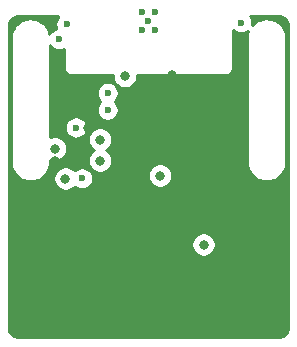
<source format=gbr>
G04 #@! TF.GenerationSoftware,KiCad,Pcbnew,(5.1.2)-1*
G04 #@! TF.CreationDate,2019-06-05T16:17:15+02:00*
G04 #@! TF.ProjectId,BodyTempUnit-e7,426f6479-5465-46d7-9055-6e69742d6537,rev?*
G04 #@! TF.SameCoordinates,Original*
G04 #@! TF.FileFunction,Copper,L2,Inr*
G04 #@! TF.FilePolarity,Positive*
%FSLAX46Y46*%
G04 Gerber Fmt 4.6, Leading zero omitted, Abs format (unit mm)*
G04 Created by KiCad (PCBNEW (5.1.2)-1) date 2019-06-05 16:17:15*
%MOMM*%
%LPD*%
G04 APERTURE LIST*
%ADD10C,0.600000*%
%ADD11C,0.800000*%
%ADD12C,0.254000*%
G04 APERTURE END LIST*
D10*
X77481000Y-107569000D03*
X78028800Y-106807000D03*
X78028800Y-108331000D03*
X76962000Y-106807000D03*
D11*
X76708000Y-120650000D03*
X82169000Y-126492000D03*
X69596000Y-118364000D03*
X70473987Y-120904000D03*
X78486000Y-120650000D03*
X75501500Y-112204500D03*
D10*
X85344000Y-107696000D03*
D11*
X77724000Y-126873000D03*
X77216000Y-117983000D03*
X72390000Y-116586000D03*
X69596000Y-119380000D03*
X72812500Y-123510000D03*
X81788000Y-123444000D03*
X82550000Y-131064000D03*
X79502000Y-112125000D03*
D10*
X76962000Y-108331000D03*
X85344000Y-108712000D03*
X70567843Y-107802857D03*
X69924969Y-109104597D03*
D11*
X73406000Y-117602000D03*
X73406000Y-119380000D03*
D10*
X74041000Y-115083600D03*
X74041000Y-113665000D03*
X71882000Y-120893589D03*
X71374000Y-116586000D03*
D12*
G36*
X88662540Y-107179102D02*
G01*
X88818894Y-107226308D01*
X88963096Y-107302982D01*
X89089663Y-107406207D01*
X89193769Y-107532051D01*
X89271447Y-107675711D01*
X89319742Y-107831729D01*
X89340001Y-108024487D01*
X89341099Y-133471331D01*
X89321998Y-133666140D01*
X89274792Y-133822495D01*
X89198118Y-133966696D01*
X89094892Y-134093264D01*
X88969051Y-134197368D01*
X88825389Y-134275047D01*
X88669371Y-134323342D01*
X88476627Y-134343600D01*
X66533377Y-134343600D01*
X66338560Y-134324498D01*
X66182205Y-134277292D01*
X66038004Y-134200618D01*
X65911436Y-134097392D01*
X65807332Y-133971551D01*
X65729653Y-133827889D01*
X65681358Y-133671871D01*
X65660001Y-133468668D01*
X65660306Y-126390061D01*
X81134000Y-126390061D01*
X81134000Y-126593939D01*
X81173774Y-126793898D01*
X81251795Y-126982256D01*
X81365063Y-127151774D01*
X81509226Y-127295937D01*
X81678744Y-127409205D01*
X81867102Y-127487226D01*
X82067061Y-127527000D01*
X82270939Y-127527000D01*
X82470898Y-127487226D01*
X82659256Y-127409205D01*
X82828774Y-127295937D01*
X82972937Y-127151774D01*
X83086205Y-126982256D01*
X83164226Y-126793898D01*
X83204000Y-126593939D01*
X83204000Y-126390061D01*
X83164226Y-126190102D01*
X83086205Y-126001744D01*
X82972937Y-125832226D01*
X82828774Y-125688063D01*
X82659256Y-125574795D01*
X82470898Y-125496774D01*
X82270939Y-125457000D01*
X82067061Y-125457000D01*
X81867102Y-125496774D01*
X81678744Y-125574795D01*
X81509226Y-125688063D01*
X81365063Y-125832226D01*
X81251795Y-126001744D01*
X81173774Y-126190102D01*
X81134000Y-126390061D01*
X65660306Y-126390061D01*
X65661099Y-108021072D01*
X65679102Y-107837460D01*
X65726308Y-107681106D01*
X65802982Y-107536904D01*
X65906207Y-107410337D01*
X66032051Y-107306231D01*
X66175711Y-107228553D01*
X66331729Y-107180258D01*
X66524325Y-107160016D01*
X69886187Y-107162223D01*
X69841581Y-107206829D01*
X69739257Y-107359968D01*
X69668775Y-107530128D01*
X69632843Y-107710768D01*
X69632843Y-107894946D01*
X69668775Y-108075586D01*
X69717243Y-108192599D01*
X69652240Y-108205529D01*
X69482080Y-108276011D01*
X69328941Y-108378335D01*
X69198707Y-108508569D01*
X69116093Y-108632209D01*
X69109978Y-108601325D01*
X69107253Y-108592522D01*
X69048240Y-108406491D01*
X69024674Y-108351509D01*
X69001880Y-108296206D01*
X68997497Y-108288100D01*
X68903475Y-108117075D01*
X68869702Y-108067752D01*
X68836577Y-108017894D01*
X68830703Y-108010794D01*
X68705253Y-107861288D01*
X68662523Y-107819443D01*
X68620362Y-107776987D01*
X68613220Y-107771163D01*
X68461120Y-107648872D01*
X68411061Y-107616114D01*
X68361477Y-107582669D01*
X68353340Y-107578343D01*
X68353337Y-107578341D01*
X68353333Y-107578340D01*
X68180384Y-107487923D01*
X68124972Y-107465535D01*
X68069772Y-107442331D01*
X68060950Y-107439668D01*
X67873724Y-107384565D01*
X67814986Y-107373360D01*
X67756372Y-107361328D01*
X67747200Y-107360429D01*
X67552839Y-107342741D01*
X67493057Y-107343158D01*
X67433199Y-107342740D01*
X67424028Y-107343640D01*
X67229931Y-107364041D01*
X67171348Y-107376066D01*
X67112577Y-107387277D01*
X67103755Y-107389941D01*
X66917317Y-107447653D01*
X66862162Y-107470838D01*
X66806709Y-107493242D01*
X66798573Y-107497568D01*
X66626896Y-107590393D01*
X66577278Y-107623861D01*
X66527247Y-107656600D01*
X66520106Y-107662424D01*
X66369728Y-107786828D01*
X66327589Y-107829263D01*
X66284839Y-107871126D01*
X66278966Y-107878227D01*
X66155616Y-108029469D01*
X66122534Y-108079262D01*
X66088716Y-108128651D01*
X66084333Y-108136757D01*
X65992708Y-108309079D01*
X65969909Y-108364394D01*
X65946348Y-108419366D01*
X65943623Y-108428169D01*
X65887214Y-108615005D01*
X65875594Y-108673693D01*
X65863158Y-108732196D01*
X65862195Y-108741361D01*
X65843150Y-108935595D01*
X65843150Y-108935608D01*
X65840001Y-108967581D01*
X65840000Y-119532418D01*
X65843247Y-119565386D01*
X65843247Y-119578367D01*
X65844210Y-119587532D01*
X65865965Y-119781481D01*
X65878397Y-119839966D01*
X65890022Y-119898676D01*
X65892747Y-119907479D01*
X65951760Y-120093509D01*
X65975338Y-120148519D01*
X65998120Y-120203794D01*
X66002503Y-120211900D01*
X66096525Y-120382925D01*
X66130308Y-120432264D01*
X66163423Y-120482106D01*
X66169297Y-120489206D01*
X66294747Y-120638712D01*
X66337477Y-120680557D01*
X66379638Y-120723013D01*
X66386780Y-120728837D01*
X66538879Y-120851128D01*
X66588941Y-120883887D01*
X66638523Y-120917331D01*
X66646660Y-120921657D01*
X66646663Y-120921659D01*
X66646667Y-120921660D01*
X66819615Y-121012077D01*
X66875053Y-121034475D01*
X66930228Y-121057669D01*
X66939050Y-121060332D01*
X67126275Y-121115435D01*
X67184983Y-121126633D01*
X67243628Y-121138672D01*
X67252799Y-121139570D01*
X67447161Y-121157259D01*
X67506943Y-121156842D01*
X67566801Y-121157260D01*
X67575972Y-121156360D01*
X67770069Y-121135959D01*
X67828658Y-121123932D01*
X67887423Y-121112723D01*
X67896245Y-121110059D01*
X68082683Y-121052347D01*
X68137838Y-121029162D01*
X68193291Y-121006758D01*
X68201427Y-121002432D01*
X68373104Y-120909607D01*
X68422699Y-120876154D01*
X68472753Y-120843400D01*
X68479894Y-120837576D01*
X68522824Y-120802061D01*
X69438987Y-120802061D01*
X69438987Y-121005939D01*
X69478761Y-121205898D01*
X69556782Y-121394256D01*
X69670050Y-121563774D01*
X69814213Y-121707937D01*
X69983731Y-121821205D01*
X70172089Y-121899226D01*
X70372048Y-121939000D01*
X70575926Y-121939000D01*
X70775885Y-121899226D01*
X70964243Y-121821205D01*
X71133761Y-121707937D01*
X71253910Y-121587789D01*
X71285972Y-121619851D01*
X71439111Y-121722175D01*
X71609271Y-121792657D01*
X71789911Y-121828589D01*
X71974089Y-121828589D01*
X72154729Y-121792657D01*
X72324889Y-121722175D01*
X72478028Y-121619851D01*
X72608262Y-121489617D01*
X72710586Y-121336478D01*
X72781068Y-121166318D01*
X72817000Y-120985678D01*
X72817000Y-120801500D01*
X72781068Y-120620860D01*
X72750914Y-120548061D01*
X77451000Y-120548061D01*
X77451000Y-120751939D01*
X77490774Y-120951898D01*
X77568795Y-121140256D01*
X77682063Y-121309774D01*
X77826226Y-121453937D01*
X77995744Y-121567205D01*
X78184102Y-121645226D01*
X78384061Y-121685000D01*
X78587939Y-121685000D01*
X78787898Y-121645226D01*
X78976256Y-121567205D01*
X79145774Y-121453937D01*
X79289937Y-121309774D01*
X79403205Y-121140256D01*
X79481226Y-120951898D01*
X79521000Y-120751939D01*
X79521000Y-120548061D01*
X79481226Y-120348102D01*
X79403205Y-120159744D01*
X79289937Y-119990226D01*
X79145774Y-119846063D01*
X78976256Y-119732795D01*
X78787898Y-119654774D01*
X78587939Y-119615000D01*
X78384061Y-119615000D01*
X78184102Y-119654774D01*
X77995744Y-119732795D01*
X77826226Y-119846063D01*
X77682063Y-119990226D01*
X77568795Y-120159744D01*
X77490774Y-120348102D01*
X77451000Y-120548061D01*
X72750914Y-120548061D01*
X72710586Y-120450700D01*
X72608262Y-120297561D01*
X72478028Y-120167327D01*
X72324889Y-120065003D01*
X72154729Y-119994521D01*
X71974089Y-119958589D01*
X71789911Y-119958589D01*
X71609271Y-119994521D01*
X71439111Y-120065003D01*
X71285972Y-120167327D01*
X71243499Y-120209801D01*
X71133761Y-120100063D01*
X70964243Y-119986795D01*
X70775885Y-119908774D01*
X70575926Y-119869000D01*
X70372048Y-119869000D01*
X70172089Y-119908774D01*
X69983731Y-119986795D01*
X69814213Y-120100063D01*
X69670050Y-120244226D01*
X69556782Y-120413744D01*
X69478761Y-120602102D01*
X69438987Y-120802061D01*
X68522824Y-120802061D01*
X68630272Y-120713172D01*
X68672411Y-120670737D01*
X68715161Y-120628874D01*
X68721034Y-120621773D01*
X68844384Y-120470531D01*
X68877477Y-120420723D01*
X68911284Y-120371349D01*
X68915667Y-120363243D01*
X69007292Y-120190920D01*
X69030090Y-120135608D01*
X69053652Y-120080634D01*
X69056377Y-120071831D01*
X69112786Y-119884994D01*
X69124405Y-119826314D01*
X69136842Y-119767804D01*
X69137805Y-119758639D01*
X69156850Y-119564406D01*
X69156850Y-119564402D01*
X69160000Y-119532419D01*
X69160000Y-119303679D01*
X69294102Y-119359226D01*
X69494061Y-119399000D01*
X69697939Y-119399000D01*
X69897898Y-119359226D01*
X70086256Y-119281205D01*
X70255774Y-119167937D01*
X70399937Y-119023774D01*
X70513205Y-118854256D01*
X70591226Y-118665898D01*
X70631000Y-118465939D01*
X70631000Y-118262061D01*
X70591226Y-118062102D01*
X70513205Y-117873744D01*
X70399937Y-117704226D01*
X70255774Y-117560063D01*
X70086256Y-117446795D01*
X69897898Y-117368774D01*
X69697939Y-117329000D01*
X69494061Y-117329000D01*
X69294102Y-117368774D01*
X69160000Y-117424321D01*
X69160000Y-116493911D01*
X70439000Y-116493911D01*
X70439000Y-116678089D01*
X70474932Y-116858729D01*
X70545414Y-117028889D01*
X70647738Y-117182028D01*
X70777972Y-117312262D01*
X70931111Y-117414586D01*
X71101271Y-117485068D01*
X71281911Y-117521000D01*
X71466089Y-117521000D01*
X71571355Y-117500061D01*
X72371000Y-117500061D01*
X72371000Y-117703939D01*
X72410774Y-117903898D01*
X72488795Y-118092256D01*
X72602063Y-118261774D01*
X72746226Y-118405937D01*
X72873532Y-118491000D01*
X72746226Y-118576063D01*
X72602063Y-118720226D01*
X72488795Y-118889744D01*
X72410774Y-119078102D01*
X72371000Y-119278061D01*
X72371000Y-119481939D01*
X72410774Y-119681898D01*
X72488795Y-119870256D01*
X72602063Y-120039774D01*
X72746226Y-120183937D01*
X72915744Y-120297205D01*
X73104102Y-120375226D01*
X73304061Y-120415000D01*
X73507939Y-120415000D01*
X73707898Y-120375226D01*
X73896256Y-120297205D01*
X74065774Y-120183937D01*
X74209937Y-120039774D01*
X74323205Y-119870256D01*
X74401226Y-119681898D01*
X74441000Y-119481939D01*
X74441000Y-119278061D01*
X74401226Y-119078102D01*
X74323205Y-118889744D01*
X74209937Y-118720226D01*
X74065774Y-118576063D01*
X73938468Y-118491000D01*
X74065774Y-118405937D01*
X74209937Y-118261774D01*
X74323205Y-118092256D01*
X74401226Y-117903898D01*
X74441000Y-117703939D01*
X74441000Y-117500061D01*
X74401226Y-117300102D01*
X74323205Y-117111744D01*
X74209937Y-116942226D01*
X74065774Y-116798063D01*
X73896256Y-116684795D01*
X73707898Y-116606774D01*
X73507939Y-116567000D01*
X73304061Y-116567000D01*
X73104102Y-116606774D01*
X72915744Y-116684795D01*
X72746226Y-116798063D01*
X72602063Y-116942226D01*
X72488795Y-117111744D01*
X72410774Y-117300102D01*
X72371000Y-117500061D01*
X71571355Y-117500061D01*
X71646729Y-117485068D01*
X71816889Y-117414586D01*
X71970028Y-117312262D01*
X72100262Y-117182028D01*
X72202586Y-117028889D01*
X72273068Y-116858729D01*
X72309000Y-116678089D01*
X72309000Y-116493911D01*
X72273068Y-116313271D01*
X72202586Y-116143111D01*
X72100262Y-115989972D01*
X71970028Y-115859738D01*
X71816889Y-115757414D01*
X71646729Y-115686932D01*
X71466089Y-115651000D01*
X71281911Y-115651000D01*
X71101271Y-115686932D01*
X70931111Y-115757414D01*
X70777972Y-115859738D01*
X70647738Y-115989972D01*
X70545414Y-116143111D01*
X70474932Y-116313271D01*
X70439000Y-116493911D01*
X69160000Y-116493911D01*
X69160000Y-113572911D01*
X73106000Y-113572911D01*
X73106000Y-113757089D01*
X73141932Y-113937729D01*
X73212414Y-114107889D01*
X73314738Y-114261028D01*
X73428010Y-114374300D01*
X73314738Y-114487572D01*
X73212414Y-114640711D01*
X73141932Y-114810871D01*
X73106000Y-114991511D01*
X73106000Y-115175689D01*
X73141932Y-115356329D01*
X73212414Y-115526489D01*
X73314738Y-115679628D01*
X73444972Y-115809862D01*
X73598111Y-115912186D01*
X73768271Y-115982668D01*
X73948911Y-116018600D01*
X74133089Y-116018600D01*
X74313729Y-115982668D01*
X74483889Y-115912186D01*
X74637028Y-115809862D01*
X74767262Y-115679628D01*
X74869586Y-115526489D01*
X74940068Y-115356329D01*
X74976000Y-115175689D01*
X74976000Y-114991511D01*
X74940068Y-114810871D01*
X74869586Y-114640711D01*
X74767262Y-114487572D01*
X74653990Y-114374300D01*
X74767262Y-114261028D01*
X74869586Y-114107889D01*
X74940068Y-113937729D01*
X74976000Y-113757089D01*
X74976000Y-113572911D01*
X74940068Y-113392271D01*
X74869586Y-113222111D01*
X74767262Y-113068972D01*
X74637028Y-112938738D01*
X74483889Y-112836414D01*
X74313729Y-112765932D01*
X74133089Y-112730000D01*
X73948911Y-112730000D01*
X73768271Y-112765932D01*
X73598111Y-112836414D01*
X73444972Y-112938738D01*
X73314738Y-113068972D01*
X73212414Y-113222111D01*
X73141932Y-113392271D01*
X73106000Y-113572911D01*
X69160000Y-113572911D01*
X69160000Y-109642696D01*
X69198707Y-109700625D01*
X69328941Y-109830859D01*
X69482080Y-109933183D01*
X69652240Y-110003665D01*
X69832880Y-110039597D01*
X70017058Y-110039597D01*
X70197698Y-110003665D01*
X70340001Y-109944722D01*
X70340001Y-111467571D01*
X70336807Y-111500000D01*
X70349550Y-111629383D01*
X70387290Y-111753793D01*
X70448575Y-111868450D01*
X70531052Y-111968948D01*
X70631550Y-112051425D01*
X70746207Y-112112710D01*
X70870617Y-112150450D01*
X70967581Y-112160000D01*
X71000000Y-112163193D01*
X71032419Y-112160000D01*
X74466500Y-112160000D01*
X74466500Y-112306439D01*
X74506274Y-112506398D01*
X74584295Y-112694756D01*
X74697563Y-112864274D01*
X74841726Y-113008437D01*
X75011244Y-113121705D01*
X75199602Y-113199726D01*
X75399561Y-113239500D01*
X75603439Y-113239500D01*
X75803398Y-113199726D01*
X75991756Y-113121705D01*
X76161274Y-113008437D01*
X76305437Y-112864274D01*
X76418705Y-112694756D01*
X76496726Y-112506398D01*
X76536500Y-112306439D01*
X76536500Y-112160000D01*
X83967581Y-112160000D01*
X84000000Y-112163193D01*
X84032419Y-112160000D01*
X84129383Y-112150450D01*
X84253793Y-112112710D01*
X84368450Y-112051425D01*
X84468948Y-111968948D01*
X84551425Y-111868450D01*
X84612710Y-111753793D01*
X84650450Y-111629383D01*
X84663193Y-111500000D01*
X84660000Y-111467581D01*
X84660000Y-108334290D01*
X84747972Y-108422262D01*
X84901111Y-108524586D01*
X85071271Y-108595068D01*
X85251911Y-108631000D01*
X85436089Y-108631000D01*
X85616729Y-108595068D01*
X85786889Y-108524586D01*
X85940028Y-108422262D01*
X85948916Y-108413374D01*
X85946348Y-108419366D01*
X85943623Y-108428169D01*
X85887214Y-108615005D01*
X85875594Y-108673693D01*
X85863158Y-108732196D01*
X85862195Y-108741361D01*
X85843150Y-108935595D01*
X85843150Y-108935608D01*
X85840001Y-108967581D01*
X85840000Y-119532418D01*
X85843247Y-119565386D01*
X85843247Y-119578367D01*
X85844210Y-119587532D01*
X85865965Y-119781481D01*
X85878397Y-119839966D01*
X85890022Y-119898676D01*
X85892747Y-119907479D01*
X85951760Y-120093509D01*
X85975338Y-120148519D01*
X85998120Y-120203794D01*
X86002503Y-120211900D01*
X86096525Y-120382925D01*
X86130308Y-120432264D01*
X86163423Y-120482106D01*
X86169297Y-120489206D01*
X86294747Y-120638712D01*
X86337477Y-120680557D01*
X86379638Y-120723013D01*
X86386780Y-120728837D01*
X86538879Y-120851128D01*
X86588941Y-120883887D01*
X86638523Y-120917331D01*
X86646660Y-120921657D01*
X86646663Y-120921659D01*
X86646667Y-120921660D01*
X86819615Y-121012077D01*
X86875053Y-121034475D01*
X86930228Y-121057669D01*
X86939050Y-121060332D01*
X87126275Y-121115435D01*
X87184983Y-121126633D01*
X87243628Y-121138672D01*
X87252799Y-121139570D01*
X87447161Y-121157259D01*
X87506943Y-121156842D01*
X87566801Y-121157260D01*
X87575972Y-121156360D01*
X87770069Y-121135959D01*
X87828658Y-121123932D01*
X87887423Y-121112723D01*
X87896245Y-121110059D01*
X88082683Y-121052347D01*
X88137838Y-121029162D01*
X88193291Y-121006758D01*
X88201427Y-121002432D01*
X88373104Y-120909607D01*
X88422699Y-120876154D01*
X88472753Y-120843400D01*
X88479894Y-120837576D01*
X88630272Y-120713172D01*
X88672411Y-120670737D01*
X88715161Y-120628874D01*
X88721034Y-120621773D01*
X88844384Y-120470531D01*
X88877477Y-120420723D01*
X88911284Y-120371349D01*
X88915667Y-120363243D01*
X89007292Y-120190920D01*
X89030090Y-120135608D01*
X89053652Y-120080634D01*
X89056377Y-120071831D01*
X89112786Y-119884994D01*
X89124405Y-119826314D01*
X89136842Y-119767804D01*
X89137805Y-119758639D01*
X89156850Y-119564406D01*
X89156850Y-119564402D01*
X89160000Y-119532419D01*
X89160000Y-108967581D01*
X89156753Y-108934613D01*
X89156753Y-108921633D01*
X89155790Y-108912468D01*
X89134035Y-108718518D01*
X89121596Y-108660000D01*
X89109978Y-108601325D01*
X89107253Y-108592522D01*
X89048240Y-108406491D01*
X89024674Y-108351509D01*
X89001880Y-108296206D01*
X88997497Y-108288100D01*
X88903475Y-108117075D01*
X88869702Y-108067752D01*
X88836577Y-108017894D01*
X88830703Y-108010794D01*
X88705253Y-107861288D01*
X88662523Y-107819443D01*
X88620362Y-107776987D01*
X88613220Y-107771163D01*
X88461120Y-107648872D01*
X88411061Y-107616114D01*
X88361477Y-107582669D01*
X88353340Y-107578343D01*
X88353337Y-107578341D01*
X88353333Y-107578340D01*
X88180384Y-107487923D01*
X88124972Y-107465535D01*
X88069772Y-107442331D01*
X88060950Y-107439668D01*
X87873724Y-107384565D01*
X87814986Y-107373360D01*
X87756372Y-107361328D01*
X87747200Y-107360429D01*
X87552839Y-107342741D01*
X87493057Y-107343158D01*
X87433199Y-107342740D01*
X87424028Y-107343640D01*
X87229931Y-107364041D01*
X87171348Y-107376066D01*
X87112577Y-107387277D01*
X87103755Y-107389941D01*
X86917317Y-107447653D01*
X86862162Y-107470838D01*
X86806709Y-107493242D01*
X86798573Y-107497568D01*
X86626896Y-107590393D01*
X86577278Y-107623861D01*
X86527247Y-107656600D01*
X86520106Y-107662424D01*
X86369728Y-107786828D01*
X86327589Y-107829263D01*
X86284839Y-107871126D01*
X86278966Y-107878227D01*
X86255298Y-107907247D01*
X86279000Y-107788089D01*
X86279000Y-107603911D01*
X86243068Y-107423271D01*
X86172586Y-107253111D01*
X86110371Y-107160000D01*
X88467723Y-107160000D01*
X88662540Y-107179102D01*
X88662540Y-107179102D01*
G37*
X88662540Y-107179102D02*
X88818894Y-107226308D01*
X88963096Y-107302982D01*
X89089663Y-107406207D01*
X89193769Y-107532051D01*
X89271447Y-107675711D01*
X89319742Y-107831729D01*
X89340001Y-108024487D01*
X89341099Y-133471331D01*
X89321998Y-133666140D01*
X89274792Y-133822495D01*
X89198118Y-133966696D01*
X89094892Y-134093264D01*
X88969051Y-134197368D01*
X88825389Y-134275047D01*
X88669371Y-134323342D01*
X88476627Y-134343600D01*
X66533377Y-134343600D01*
X66338560Y-134324498D01*
X66182205Y-134277292D01*
X66038004Y-134200618D01*
X65911436Y-134097392D01*
X65807332Y-133971551D01*
X65729653Y-133827889D01*
X65681358Y-133671871D01*
X65660001Y-133468668D01*
X65660306Y-126390061D01*
X81134000Y-126390061D01*
X81134000Y-126593939D01*
X81173774Y-126793898D01*
X81251795Y-126982256D01*
X81365063Y-127151774D01*
X81509226Y-127295937D01*
X81678744Y-127409205D01*
X81867102Y-127487226D01*
X82067061Y-127527000D01*
X82270939Y-127527000D01*
X82470898Y-127487226D01*
X82659256Y-127409205D01*
X82828774Y-127295937D01*
X82972937Y-127151774D01*
X83086205Y-126982256D01*
X83164226Y-126793898D01*
X83204000Y-126593939D01*
X83204000Y-126390061D01*
X83164226Y-126190102D01*
X83086205Y-126001744D01*
X82972937Y-125832226D01*
X82828774Y-125688063D01*
X82659256Y-125574795D01*
X82470898Y-125496774D01*
X82270939Y-125457000D01*
X82067061Y-125457000D01*
X81867102Y-125496774D01*
X81678744Y-125574795D01*
X81509226Y-125688063D01*
X81365063Y-125832226D01*
X81251795Y-126001744D01*
X81173774Y-126190102D01*
X81134000Y-126390061D01*
X65660306Y-126390061D01*
X65661099Y-108021072D01*
X65679102Y-107837460D01*
X65726308Y-107681106D01*
X65802982Y-107536904D01*
X65906207Y-107410337D01*
X66032051Y-107306231D01*
X66175711Y-107228553D01*
X66331729Y-107180258D01*
X66524325Y-107160016D01*
X69886187Y-107162223D01*
X69841581Y-107206829D01*
X69739257Y-107359968D01*
X69668775Y-107530128D01*
X69632843Y-107710768D01*
X69632843Y-107894946D01*
X69668775Y-108075586D01*
X69717243Y-108192599D01*
X69652240Y-108205529D01*
X69482080Y-108276011D01*
X69328941Y-108378335D01*
X69198707Y-108508569D01*
X69116093Y-108632209D01*
X69109978Y-108601325D01*
X69107253Y-108592522D01*
X69048240Y-108406491D01*
X69024674Y-108351509D01*
X69001880Y-108296206D01*
X68997497Y-108288100D01*
X68903475Y-108117075D01*
X68869702Y-108067752D01*
X68836577Y-108017894D01*
X68830703Y-108010794D01*
X68705253Y-107861288D01*
X68662523Y-107819443D01*
X68620362Y-107776987D01*
X68613220Y-107771163D01*
X68461120Y-107648872D01*
X68411061Y-107616114D01*
X68361477Y-107582669D01*
X68353340Y-107578343D01*
X68353337Y-107578341D01*
X68353333Y-107578340D01*
X68180384Y-107487923D01*
X68124972Y-107465535D01*
X68069772Y-107442331D01*
X68060950Y-107439668D01*
X67873724Y-107384565D01*
X67814986Y-107373360D01*
X67756372Y-107361328D01*
X67747200Y-107360429D01*
X67552839Y-107342741D01*
X67493057Y-107343158D01*
X67433199Y-107342740D01*
X67424028Y-107343640D01*
X67229931Y-107364041D01*
X67171348Y-107376066D01*
X67112577Y-107387277D01*
X67103755Y-107389941D01*
X66917317Y-107447653D01*
X66862162Y-107470838D01*
X66806709Y-107493242D01*
X66798573Y-107497568D01*
X66626896Y-107590393D01*
X66577278Y-107623861D01*
X66527247Y-107656600D01*
X66520106Y-107662424D01*
X66369728Y-107786828D01*
X66327589Y-107829263D01*
X66284839Y-107871126D01*
X66278966Y-107878227D01*
X66155616Y-108029469D01*
X66122534Y-108079262D01*
X66088716Y-108128651D01*
X66084333Y-108136757D01*
X65992708Y-108309079D01*
X65969909Y-108364394D01*
X65946348Y-108419366D01*
X65943623Y-108428169D01*
X65887214Y-108615005D01*
X65875594Y-108673693D01*
X65863158Y-108732196D01*
X65862195Y-108741361D01*
X65843150Y-108935595D01*
X65843150Y-108935608D01*
X65840001Y-108967581D01*
X65840000Y-119532418D01*
X65843247Y-119565386D01*
X65843247Y-119578367D01*
X65844210Y-119587532D01*
X65865965Y-119781481D01*
X65878397Y-119839966D01*
X65890022Y-119898676D01*
X65892747Y-119907479D01*
X65951760Y-120093509D01*
X65975338Y-120148519D01*
X65998120Y-120203794D01*
X66002503Y-120211900D01*
X66096525Y-120382925D01*
X66130308Y-120432264D01*
X66163423Y-120482106D01*
X66169297Y-120489206D01*
X66294747Y-120638712D01*
X66337477Y-120680557D01*
X66379638Y-120723013D01*
X66386780Y-120728837D01*
X66538879Y-120851128D01*
X66588941Y-120883887D01*
X66638523Y-120917331D01*
X66646660Y-120921657D01*
X66646663Y-120921659D01*
X66646667Y-120921660D01*
X66819615Y-121012077D01*
X66875053Y-121034475D01*
X66930228Y-121057669D01*
X66939050Y-121060332D01*
X67126275Y-121115435D01*
X67184983Y-121126633D01*
X67243628Y-121138672D01*
X67252799Y-121139570D01*
X67447161Y-121157259D01*
X67506943Y-121156842D01*
X67566801Y-121157260D01*
X67575972Y-121156360D01*
X67770069Y-121135959D01*
X67828658Y-121123932D01*
X67887423Y-121112723D01*
X67896245Y-121110059D01*
X68082683Y-121052347D01*
X68137838Y-121029162D01*
X68193291Y-121006758D01*
X68201427Y-121002432D01*
X68373104Y-120909607D01*
X68422699Y-120876154D01*
X68472753Y-120843400D01*
X68479894Y-120837576D01*
X68522824Y-120802061D01*
X69438987Y-120802061D01*
X69438987Y-121005939D01*
X69478761Y-121205898D01*
X69556782Y-121394256D01*
X69670050Y-121563774D01*
X69814213Y-121707937D01*
X69983731Y-121821205D01*
X70172089Y-121899226D01*
X70372048Y-121939000D01*
X70575926Y-121939000D01*
X70775885Y-121899226D01*
X70964243Y-121821205D01*
X71133761Y-121707937D01*
X71253910Y-121587789D01*
X71285972Y-121619851D01*
X71439111Y-121722175D01*
X71609271Y-121792657D01*
X71789911Y-121828589D01*
X71974089Y-121828589D01*
X72154729Y-121792657D01*
X72324889Y-121722175D01*
X72478028Y-121619851D01*
X72608262Y-121489617D01*
X72710586Y-121336478D01*
X72781068Y-121166318D01*
X72817000Y-120985678D01*
X72817000Y-120801500D01*
X72781068Y-120620860D01*
X72750914Y-120548061D01*
X77451000Y-120548061D01*
X77451000Y-120751939D01*
X77490774Y-120951898D01*
X77568795Y-121140256D01*
X77682063Y-121309774D01*
X77826226Y-121453937D01*
X77995744Y-121567205D01*
X78184102Y-121645226D01*
X78384061Y-121685000D01*
X78587939Y-121685000D01*
X78787898Y-121645226D01*
X78976256Y-121567205D01*
X79145774Y-121453937D01*
X79289937Y-121309774D01*
X79403205Y-121140256D01*
X79481226Y-120951898D01*
X79521000Y-120751939D01*
X79521000Y-120548061D01*
X79481226Y-120348102D01*
X79403205Y-120159744D01*
X79289937Y-119990226D01*
X79145774Y-119846063D01*
X78976256Y-119732795D01*
X78787898Y-119654774D01*
X78587939Y-119615000D01*
X78384061Y-119615000D01*
X78184102Y-119654774D01*
X77995744Y-119732795D01*
X77826226Y-119846063D01*
X77682063Y-119990226D01*
X77568795Y-120159744D01*
X77490774Y-120348102D01*
X77451000Y-120548061D01*
X72750914Y-120548061D01*
X72710586Y-120450700D01*
X72608262Y-120297561D01*
X72478028Y-120167327D01*
X72324889Y-120065003D01*
X72154729Y-119994521D01*
X71974089Y-119958589D01*
X71789911Y-119958589D01*
X71609271Y-119994521D01*
X71439111Y-120065003D01*
X71285972Y-120167327D01*
X71243499Y-120209801D01*
X71133761Y-120100063D01*
X70964243Y-119986795D01*
X70775885Y-119908774D01*
X70575926Y-119869000D01*
X70372048Y-119869000D01*
X70172089Y-119908774D01*
X69983731Y-119986795D01*
X69814213Y-120100063D01*
X69670050Y-120244226D01*
X69556782Y-120413744D01*
X69478761Y-120602102D01*
X69438987Y-120802061D01*
X68522824Y-120802061D01*
X68630272Y-120713172D01*
X68672411Y-120670737D01*
X68715161Y-120628874D01*
X68721034Y-120621773D01*
X68844384Y-120470531D01*
X68877477Y-120420723D01*
X68911284Y-120371349D01*
X68915667Y-120363243D01*
X69007292Y-120190920D01*
X69030090Y-120135608D01*
X69053652Y-120080634D01*
X69056377Y-120071831D01*
X69112786Y-119884994D01*
X69124405Y-119826314D01*
X69136842Y-119767804D01*
X69137805Y-119758639D01*
X69156850Y-119564406D01*
X69156850Y-119564402D01*
X69160000Y-119532419D01*
X69160000Y-119303679D01*
X69294102Y-119359226D01*
X69494061Y-119399000D01*
X69697939Y-119399000D01*
X69897898Y-119359226D01*
X70086256Y-119281205D01*
X70255774Y-119167937D01*
X70399937Y-119023774D01*
X70513205Y-118854256D01*
X70591226Y-118665898D01*
X70631000Y-118465939D01*
X70631000Y-118262061D01*
X70591226Y-118062102D01*
X70513205Y-117873744D01*
X70399937Y-117704226D01*
X70255774Y-117560063D01*
X70086256Y-117446795D01*
X69897898Y-117368774D01*
X69697939Y-117329000D01*
X69494061Y-117329000D01*
X69294102Y-117368774D01*
X69160000Y-117424321D01*
X69160000Y-116493911D01*
X70439000Y-116493911D01*
X70439000Y-116678089D01*
X70474932Y-116858729D01*
X70545414Y-117028889D01*
X70647738Y-117182028D01*
X70777972Y-117312262D01*
X70931111Y-117414586D01*
X71101271Y-117485068D01*
X71281911Y-117521000D01*
X71466089Y-117521000D01*
X71571355Y-117500061D01*
X72371000Y-117500061D01*
X72371000Y-117703939D01*
X72410774Y-117903898D01*
X72488795Y-118092256D01*
X72602063Y-118261774D01*
X72746226Y-118405937D01*
X72873532Y-118491000D01*
X72746226Y-118576063D01*
X72602063Y-118720226D01*
X72488795Y-118889744D01*
X72410774Y-119078102D01*
X72371000Y-119278061D01*
X72371000Y-119481939D01*
X72410774Y-119681898D01*
X72488795Y-119870256D01*
X72602063Y-120039774D01*
X72746226Y-120183937D01*
X72915744Y-120297205D01*
X73104102Y-120375226D01*
X73304061Y-120415000D01*
X73507939Y-120415000D01*
X73707898Y-120375226D01*
X73896256Y-120297205D01*
X74065774Y-120183937D01*
X74209937Y-120039774D01*
X74323205Y-119870256D01*
X74401226Y-119681898D01*
X74441000Y-119481939D01*
X74441000Y-119278061D01*
X74401226Y-119078102D01*
X74323205Y-118889744D01*
X74209937Y-118720226D01*
X74065774Y-118576063D01*
X73938468Y-118491000D01*
X74065774Y-118405937D01*
X74209937Y-118261774D01*
X74323205Y-118092256D01*
X74401226Y-117903898D01*
X74441000Y-117703939D01*
X74441000Y-117500061D01*
X74401226Y-117300102D01*
X74323205Y-117111744D01*
X74209937Y-116942226D01*
X74065774Y-116798063D01*
X73896256Y-116684795D01*
X73707898Y-116606774D01*
X73507939Y-116567000D01*
X73304061Y-116567000D01*
X73104102Y-116606774D01*
X72915744Y-116684795D01*
X72746226Y-116798063D01*
X72602063Y-116942226D01*
X72488795Y-117111744D01*
X72410774Y-117300102D01*
X72371000Y-117500061D01*
X71571355Y-117500061D01*
X71646729Y-117485068D01*
X71816889Y-117414586D01*
X71970028Y-117312262D01*
X72100262Y-117182028D01*
X72202586Y-117028889D01*
X72273068Y-116858729D01*
X72309000Y-116678089D01*
X72309000Y-116493911D01*
X72273068Y-116313271D01*
X72202586Y-116143111D01*
X72100262Y-115989972D01*
X71970028Y-115859738D01*
X71816889Y-115757414D01*
X71646729Y-115686932D01*
X71466089Y-115651000D01*
X71281911Y-115651000D01*
X71101271Y-115686932D01*
X70931111Y-115757414D01*
X70777972Y-115859738D01*
X70647738Y-115989972D01*
X70545414Y-116143111D01*
X70474932Y-116313271D01*
X70439000Y-116493911D01*
X69160000Y-116493911D01*
X69160000Y-113572911D01*
X73106000Y-113572911D01*
X73106000Y-113757089D01*
X73141932Y-113937729D01*
X73212414Y-114107889D01*
X73314738Y-114261028D01*
X73428010Y-114374300D01*
X73314738Y-114487572D01*
X73212414Y-114640711D01*
X73141932Y-114810871D01*
X73106000Y-114991511D01*
X73106000Y-115175689D01*
X73141932Y-115356329D01*
X73212414Y-115526489D01*
X73314738Y-115679628D01*
X73444972Y-115809862D01*
X73598111Y-115912186D01*
X73768271Y-115982668D01*
X73948911Y-116018600D01*
X74133089Y-116018600D01*
X74313729Y-115982668D01*
X74483889Y-115912186D01*
X74637028Y-115809862D01*
X74767262Y-115679628D01*
X74869586Y-115526489D01*
X74940068Y-115356329D01*
X74976000Y-115175689D01*
X74976000Y-114991511D01*
X74940068Y-114810871D01*
X74869586Y-114640711D01*
X74767262Y-114487572D01*
X74653990Y-114374300D01*
X74767262Y-114261028D01*
X74869586Y-114107889D01*
X74940068Y-113937729D01*
X74976000Y-113757089D01*
X74976000Y-113572911D01*
X74940068Y-113392271D01*
X74869586Y-113222111D01*
X74767262Y-113068972D01*
X74637028Y-112938738D01*
X74483889Y-112836414D01*
X74313729Y-112765932D01*
X74133089Y-112730000D01*
X73948911Y-112730000D01*
X73768271Y-112765932D01*
X73598111Y-112836414D01*
X73444972Y-112938738D01*
X73314738Y-113068972D01*
X73212414Y-113222111D01*
X73141932Y-113392271D01*
X73106000Y-113572911D01*
X69160000Y-113572911D01*
X69160000Y-109642696D01*
X69198707Y-109700625D01*
X69328941Y-109830859D01*
X69482080Y-109933183D01*
X69652240Y-110003665D01*
X69832880Y-110039597D01*
X70017058Y-110039597D01*
X70197698Y-110003665D01*
X70340001Y-109944722D01*
X70340001Y-111467571D01*
X70336807Y-111500000D01*
X70349550Y-111629383D01*
X70387290Y-111753793D01*
X70448575Y-111868450D01*
X70531052Y-111968948D01*
X70631550Y-112051425D01*
X70746207Y-112112710D01*
X70870617Y-112150450D01*
X70967581Y-112160000D01*
X71000000Y-112163193D01*
X71032419Y-112160000D01*
X74466500Y-112160000D01*
X74466500Y-112306439D01*
X74506274Y-112506398D01*
X74584295Y-112694756D01*
X74697563Y-112864274D01*
X74841726Y-113008437D01*
X75011244Y-113121705D01*
X75199602Y-113199726D01*
X75399561Y-113239500D01*
X75603439Y-113239500D01*
X75803398Y-113199726D01*
X75991756Y-113121705D01*
X76161274Y-113008437D01*
X76305437Y-112864274D01*
X76418705Y-112694756D01*
X76496726Y-112506398D01*
X76536500Y-112306439D01*
X76536500Y-112160000D01*
X83967581Y-112160000D01*
X84000000Y-112163193D01*
X84032419Y-112160000D01*
X84129383Y-112150450D01*
X84253793Y-112112710D01*
X84368450Y-112051425D01*
X84468948Y-111968948D01*
X84551425Y-111868450D01*
X84612710Y-111753793D01*
X84650450Y-111629383D01*
X84663193Y-111500000D01*
X84660000Y-111467581D01*
X84660000Y-108334290D01*
X84747972Y-108422262D01*
X84901111Y-108524586D01*
X85071271Y-108595068D01*
X85251911Y-108631000D01*
X85436089Y-108631000D01*
X85616729Y-108595068D01*
X85786889Y-108524586D01*
X85940028Y-108422262D01*
X85948916Y-108413374D01*
X85946348Y-108419366D01*
X85943623Y-108428169D01*
X85887214Y-108615005D01*
X85875594Y-108673693D01*
X85863158Y-108732196D01*
X85862195Y-108741361D01*
X85843150Y-108935595D01*
X85843150Y-108935608D01*
X85840001Y-108967581D01*
X85840000Y-119532418D01*
X85843247Y-119565386D01*
X85843247Y-119578367D01*
X85844210Y-119587532D01*
X85865965Y-119781481D01*
X85878397Y-119839966D01*
X85890022Y-119898676D01*
X85892747Y-119907479D01*
X85951760Y-120093509D01*
X85975338Y-120148519D01*
X85998120Y-120203794D01*
X86002503Y-120211900D01*
X86096525Y-120382925D01*
X86130308Y-120432264D01*
X86163423Y-120482106D01*
X86169297Y-120489206D01*
X86294747Y-120638712D01*
X86337477Y-120680557D01*
X86379638Y-120723013D01*
X86386780Y-120728837D01*
X86538879Y-120851128D01*
X86588941Y-120883887D01*
X86638523Y-120917331D01*
X86646660Y-120921657D01*
X86646663Y-120921659D01*
X86646667Y-120921660D01*
X86819615Y-121012077D01*
X86875053Y-121034475D01*
X86930228Y-121057669D01*
X86939050Y-121060332D01*
X87126275Y-121115435D01*
X87184983Y-121126633D01*
X87243628Y-121138672D01*
X87252799Y-121139570D01*
X87447161Y-121157259D01*
X87506943Y-121156842D01*
X87566801Y-121157260D01*
X87575972Y-121156360D01*
X87770069Y-121135959D01*
X87828658Y-121123932D01*
X87887423Y-121112723D01*
X87896245Y-121110059D01*
X88082683Y-121052347D01*
X88137838Y-121029162D01*
X88193291Y-121006758D01*
X88201427Y-121002432D01*
X88373104Y-120909607D01*
X88422699Y-120876154D01*
X88472753Y-120843400D01*
X88479894Y-120837576D01*
X88630272Y-120713172D01*
X88672411Y-120670737D01*
X88715161Y-120628874D01*
X88721034Y-120621773D01*
X88844384Y-120470531D01*
X88877477Y-120420723D01*
X88911284Y-120371349D01*
X88915667Y-120363243D01*
X89007292Y-120190920D01*
X89030090Y-120135608D01*
X89053652Y-120080634D01*
X89056377Y-120071831D01*
X89112786Y-119884994D01*
X89124405Y-119826314D01*
X89136842Y-119767804D01*
X89137805Y-119758639D01*
X89156850Y-119564406D01*
X89156850Y-119564402D01*
X89160000Y-119532419D01*
X89160000Y-108967581D01*
X89156753Y-108934613D01*
X89156753Y-108921633D01*
X89155790Y-108912468D01*
X89134035Y-108718518D01*
X89121596Y-108660000D01*
X89109978Y-108601325D01*
X89107253Y-108592522D01*
X89048240Y-108406491D01*
X89024674Y-108351509D01*
X89001880Y-108296206D01*
X88997497Y-108288100D01*
X88903475Y-108117075D01*
X88869702Y-108067752D01*
X88836577Y-108017894D01*
X88830703Y-108010794D01*
X88705253Y-107861288D01*
X88662523Y-107819443D01*
X88620362Y-107776987D01*
X88613220Y-107771163D01*
X88461120Y-107648872D01*
X88411061Y-107616114D01*
X88361477Y-107582669D01*
X88353340Y-107578343D01*
X88353337Y-107578341D01*
X88353333Y-107578340D01*
X88180384Y-107487923D01*
X88124972Y-107465535D01*
X88069772Y-107442331D01*
X88060950Y-107439668D01*
X87873724Y-107384565D01*
X87814986Y-107373360D01*
X87756372Y-107361328D01*
X87747200Y-107360429D01*
X87552839Y-107342741D01*
X87493057Y-107343158D01*
X87433199Y-107342740D01*
X87424028Y-107343640D01*
X87229931Y-107364041D01*
X87171348Y-107376066D01*
X87112577Y-107387277D01*
X87103755Y-107389941D01*
X86917317Y-107447653D01*
X86862162Y-107470838D01*
X86806709Y-107493242D01*
X86798573Y-107497568D01*
X86626896Y-107590393D01*
X86577278Y-107623861D01*
X86527247Y-107656600D01*
X86520106Y-107662424D01*
X86369728Y-107786828D01*
X86327589Y-107829263D01*
X86284839Y-107871126D01*
X86278966Y-107878227D01*
X86255298Y-107907247D01*
X86279000Y-107788089D01*
X86279000Y-107603911D01*
X86243068Y-107423271D01*
X86172586Y-107253111D01*
X86110371Y-107160000D01*
X88467723Y-107160000D01*
X88662540Y-107179102D01*
M02*

</source>
